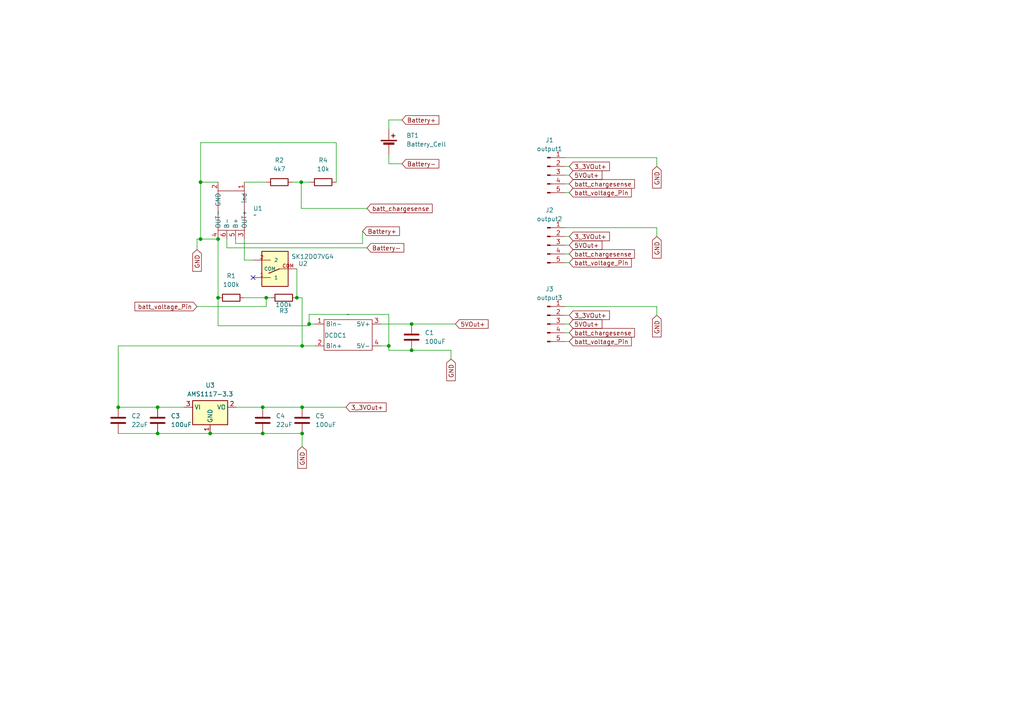
<source format=kicad_sch>
(kicad_sch (version 20240812) (generator "eeschema") (generator_version "8.99")
  (paper "A4")
  (lib_symbols
    (symbol "Device:C" (pin_numbers hide) (pin_names (offset 0.254))
      (property "Reference" "C" (at 0.635 2.54 0))
      (property "Value" "C" (at 0.635 -2.54 0))
      (symbol "C_0_1"
        (polyline (pts (xy -2.032 0.762) (xy 2.032 0.762)) (stroke (width 0.508)))
        (polyline (pts (xy -2.032 -0.762) (xy 2.032 -0.762)) (stroke (width 0.508)))
      )
      (symbol "C_1_1"
        (pin passive line (at 0 3.81 270) (length 2.794) (name "~") (number "1"))
        (pin passive line (at 0 -3.81 90) (length 2.794) (name "~") (number "2"))
      )
    )
    (symbol "Regulator_Linear:AMS1117-3.3"
      (property "Reference" "U" (at -3.81 3.175 0))
      (property "Value" "AMS1117-3.3" (at 0 3.175 0))
      (symbol "AMS1117-3.3_0_1"
        (rectangle (start -5.08 -5.08) (end 5.08 1.905) (stroke (width 0.254)) (fill (type background)))
      )
      (symbol "AMS1117-3.3_1_1"
        (pin power_in line (at -7.62 0 0) (length 2.54) (name "VI") (number "3"))
        (pin power_in line (at 0 -7.62 90) (length 2.54) (name "GND") (number "1"))
        (pin power_out line (at 7.62 0 180) (length 2.54) (name "VO") (number "2"))
      )
    )
    (symbol "TIGMIT_KEBOARD_SYMBOLS:Battery_Cell" (pin_numbers hide) (pin_names (offset 0) hide)
      (property "Reference" "BT" (at 2.54 2.54 0))
      (property "Value" "Battery_Cell" (at 2.54 0 0))
      (symbol "Battery_Cell_0_1"
        (rectangle (start -2.286 1.778) (end 2.286 1.524) (fill (type outline)))
        (rectangle (start -1.524 1.016) (end 1.524 0.508) (fill (type outline)))
        (polyline (pts (xy 0 1.778) (xy 0 2.54)))
        (polyline (pts (xy 0 0.762) (xy 0 0)))
        (polyline (pts (xy 0.762 3.048) (xy 1.778 3.048)) (stroke (width 0.254)))
        (polyline (pts (xy 1.27 3.556) (xy 1.27 2.54)) (stroke (width 0.254)))
      )
      (symbol "Battery_Cell_1_1"
        (pin passive line (at 0 5.08 270) (length 2.54) (name "+") (number "1"))
        (pin passive line (at 0 -2.54 90) (length 2.54) (name "-") (number "2"))
      )
    )
    (symbol "TIGMIT_KEBOARD_SYMBOLS:Conn_01x05_Pin" (pin_names (offset 1.016) hide)
      (property "Reference" "J" (at 0 7.62 0))
      (property "Value" "Conn_01x05_Pin" (at 0 -7.62 0))
      (symbol "Conn_01x05_Pin_1_1"
        (rectangle (start 0.8636 5.207) (end 0 4.953) (stroke (width 0.1524)) (fill (type outline)))
        (rectangle (start 0.8636 2.667) (end 0 2.413) (stroke (width 0.1524)) (fill (type outline)))
        (rectangle (start 0.8636 0.127) (end 0 -0.127) (stroke (width 0.1524)) (fill (type outline)))
        (rectangle (start 0.8636 -2.413) (end 0 -2.667) (stroke (width 0.1524)) (fill (type outline)))
        (rectangle (start 0.8636 -4.953) (end 0 -5.207) (stroke (width 0.1524)) (fill (type outline)))
        (polyline (pts (xy 1.27 5.08) (xy 0.8636 5.08)) (stroke (width 0.1524)))
        (polyline (pts (xy 1.27 2.54) (xy 0.8636 2.54)) (stroke (width 0.1524)))
        (polyline (pts (xy 1.27 0) (xy 0.8636 0)) (stroke (width 0.1524)))
        (polyline (pts (xy 1.27 -2.54) (xy 0.8636 -2.54)) (stroke (width 0.1524)))
        (polyline (pts (xy 1.27 -5.08) (xy 0.8636 -5.08)) (stroke (width 0.1524)))
        (pin passive line (at 5.08 5.08 180) (length 3.81) (name "Pin_1") (number "1"))
        (pin passive line (at 5.08 2.54 180) (length 3.81) (name "Pin_2") (number "2"))
        (pin passive line (at 5.08 0 180) (length 3.81) (name "Pin_3") (number "3"))
        (pin passive line (at 5.08 -2.54 180) (length 3.81) (name "Pin_4") (number "4"))
        (pin passive line (at 5.08 -5.08 180) (length 3.81) (name "Pin_5") (number "5"))
      )
    )
    (symbol "TIGMIT_KEBOARD_SYMBOLS:DCDC-Converter"
      (property "Reference" "DCDC" (at 1.016 0 0))
      (symbol "DCDC-Converter_0_1"
        (rectangle (start -5.08 5.08) (end 8.89 -3.81))
      )
      (symbol "DCDC-Converter_1_1"
        (pin input line (at -7.62 3.81 0) (length 2.54) (name "Bin-") (number "1"))
        (pin input line (at -7.62 -2.54 0) (length 2.54) (name "Bin+") (number "2"))
        (pin input line (at 11.43 3.81 180) (length 2.54) (name "5V+") (number "3"))
        (pin input line (at 11.43 -2.54 180) (length 2.54) (name "5V-") (number "4"))
      )
    )
    (symbol "TIGMIT_KEBOARD_SYMBOLS:Placeholder_Resistor" (pin_numbers hide) (pin_names (offset 0))
      (property "Reference" "R" (at 0 2.032 0))
      (property "Value" "Resistor" (at 0 -2.54 0))
      (symbol "Placeholder_Resistor_0_1"
        (rectangle (start 2.54 -1.016) (end -2.54 1.016) (stroke (width 0.254)))
      )
      (symbol "Placeholder_Resistor_1_1"
        (pin passive line (at -3.81 0 0) (length 1.27) (name "~") (number "1"))
        (pin passive line (at 3.81 0 180) (length 1.27) (name "~") (number "2"))
      )
    )
    (symbol "TIGMIT_KEBOARD_SYMBOLS:SK12D07VG4" (pin_names (offset 1.016))
      (property "Reference" "U" (at 0 0 0))
      (property "Value" "SK12D07VG4" (at 0 0 0))
      (symbol "SK12D07VG4_0_0"
        (rectangle (start -5.08 -2.54) (end 5.08 5.08) (stroke (width 0.254)) (fill (type background)))
        (polyline (pts (xy 0 0) (xy -1.27 3.048)) (stroke (width 0.254)))
        (pin bidirectional line (at -2.54 7.62 270) (length 5.08) (name "1") (number "1"))
        (pin bidirectional line (at 0 -5.08 90) (length 5.08) (name "COM") (number "COM"))
        (pin bidirectional line (at 2.54 7.62 270) (length 5.08) (name "2") (number "2"))
      )
    )
    (symbol "TIGMIT_KEBOARD_SYMBOLS:tp_lipo_chargin_module"
      (property "Reference" "U" (at 0 0 0))
      (symbol "tp_lipo_chargin_module_0_1"
        (rectangle (start -3.81 5.08) (end 3.81 -6.35))
      )
      (symbol "tp_lipo_chargin_module_1_1"
        (pin output line (at -3.81 7.62 270) (length 2.54) (name "GND") (number "2"))
        (pin output line (at -3.81 -8.89 90) (length 2.54) (name "OUT-") (number "4"))
        (pin output line (at -1.27 -8.89 90) (length 2.54) (name "B-") (number "6"))
        (pin output line (at 1.27 -8.89 90) (length 2.54) (name "B+") (number "5"))
        (pin output line (at 3.81 7.62 270) (length 2.54) (name "ind") (number "1"))
        (pin output line (at 3.81 -8.89 90) (length 2.54) (name "OUT+") (number "3"))
      )
    )
  )
  (junction (at 34.29 118.11))
  (junction (at 89.662 93.98))
  (junction (at 87.376 52.832))
  (junction (at 119.38 93.98))
  (junction (at 86.106 86.36))
  (junction (at 87.63 118.11))
  (junction (at 76.2 118.11))
  (junction (at 119.38 101.6))
  (junction (at 87.63 100.33))
  (junction (at 112.776 100.33))
  (junction (at 63.246 69.342))
  (junction (at 60.96 125.73))
  (junction (at 76.2 125.73))
  (junction (at 58.166 69.342))
  (junction (at 45.72 118.11))
  (junction (at 77.216 86.36))
  (junction (at 45.72 125.73))
  (junction (at 87.63 125.73))
  (junction (at 58.166 52.832))
  (junction (at 63.246 86.36))
  (no_connect (at 73.406 80.518))
  (wire (pts (xy 58.166 52.832) (xy 63.246 52.832)))
  (wire (pts (xy 76.2 125.73) (xy 87.63 125.73)))
  (wire (pts (xy 87.63 100.33) (xy 87.63 86.36)))
  (wire (pts (xy 165.1 76.2) (xy 163.83 76.2)))
  (wire (pts (xy 65.786 69.342) (xy 65.786 71.882)))
  (wire (pts (xy 65.786 71.882) (xy 106.426 71.882)))
  (wire (pts (xy 63.246 94.488) (xy 63.246 86.36)))
  (wire (pts (xy 110.49 93.98) (xy 119.38 93.98)))
  (wire (pts (xy 89.662 93.98) (xy 89.662 91.186)))
  (wire (pts (xy 190.5 66.04) (xy 163.83 66.04)))
  (wire (pts (xy 91.44 100.33) (xy 87.63 100.33)))
  (wire (pts (xy 165.1 96.52) (xy 163.83 96.52)))
  (wire (pts (xy 165.1 53.34) (xy 163.83 53.34)))
  (wire (pts (xy 112.776 101.6) (xy 119.38 101.6)))
  (wire (pts (xy 76.2 118.11) (xy 87.63 118.11)))
  (wire (pts (xy 165.1 48.26) (xy 163.83 48.26)))
  (wire (pts (xy 68.58 118.11) (xy 76.2 118.11)))
  (wire (pts (xy 34.29 118.11) (xy 45.72 118.11)))
  (wire (pts (xy 87.63 100.33) (xy 34.29 100.33)))
  (wire (pts (xy 87.63 125.73) (xy 87.63 129.54)))
  (wire (pts (xy 77.216 86.36) (xy 70.866 86.36)))
  (wire (pts (xy 70.866 69.342) (xy 70.866 75.438)))
  (wire (pts (xy 165.1 55.88) (xy 163.83 55.88)))
  (wire (pts (xy 165.1 71.12) (xy 163.83 71.12)))
  (wire (pts (xy 87.63 86.36) (xy 86.106 86.36)))
  (wire (pts (xy 58.166 69.342) (xy 63.246 69.342)))
  (wire (pts (xy 112.776 34.798) (xy 112.776 37.338)))
  (wire (pts (xy 110.49 100.33) (xy 112.776 100.33)))
  (wire (pts (xy 63.246 69.342) (xy 63.246 86.36)))
  (wire (pts (xy 57.15 69.342) (xy 57.15 72.39)))
  (wire (pts (xy 105.156 70.612) (xy 105.156 67.056)))
  (wire (pts (xy 34.29 125.73) (xy 45.72 125.73)))
  (wire (pts (xy 165.1 73.66) (xy 163.83 73.66)))
  (wire (pts (xy 190.5 91.44) (xy 190.5 88.9)))
  (wire (pts (xy 70.866 75.438) (xy 73.406 75.438)))
  (wire (pts (xy 97.536 41.402) (xy 58.166 41.402)))
  (wire (pts (xy 112.776 91.186) (xy 112.776 100.33)))
  (wire (pts (xy 165.1 50.8) (xy 163.83 50.8)))
  (wire (pts (xy 89.662 94.488) (xy 63.246 94.488)))
  (wire (pts (xy 112.776 47.498) (xy 112.776 44.958)))
  (wire (pts (xy 78.486 86.36) (xy 77.216 86.36)))
  (wire (pts (xy 60.96 125.73) (xy 76.2 125.73)))
  (wire (pts (xy 77.216 52.832) (xy 70.866 52.832)))
  (wire (pts (xy 165.1 93.98) (xy 163.83 93.98)))
  (wire (pts (xy 190.5 45.72) (xy 163.83 45.72)))
  (wire (pts (xy 87.376 60.452) (xy 87.376 52.832)))
  (wire (pts (xy 86.106 77.978) (xy 86.106 86.36)))
  (wire (pts (xy 57.15 88.9) (xy 77.216 88.9)))
  (wire (pts (xy 89.916 52.832) (xy 87.376 52.832)))
  (wire (pts (xy 89.662 91.186) (xy 112.776 91.186)))
  (wire (pts (xy 190.5 48.26) (xy 190.5 45.72)))
  (wire (pts (xy 165.1 99.06) (xy 163.83 99.06)))
  (wire (pts (xy 57.15 69.342) (xy 58.166 69.342)))
  (wire (pts (xy 190.5 68.58) (xy 190.5 66.04)))
  (wire (pts (xy 34.29 100.33) (xy 34.29 118.11)))
  (wire (pts (xy 68.326 69.342) (xy 68.326 70.612)))
  (wire (pts (xy 116.586 34.798) (xy 112.776 34.798)))
  (wire (pts (xy 190.5 88.9) (xy 163.83 88.9)))
  (wire (pts (xy 119.38 101.6) (xy 130.81 101.6)))
  (wire (pts (xy 97.536 52.832) (xy 97.536 41.402)))
  (wire (pts (xy 58.166 41.402) (xy 58.166 52.832)))
  (wire (pts (xy 58.166 69.342) (xy 58.166 52.832)))
  (wire (pts (xy 130.81 101.6) (xy 130.81 104.14)))
  (wire (pts (xy 119.38 93.98) (xy 132.08 93.98)))
  (wire (pts (xy 91.44 93.98) (xy 89.662 93.98)))
  (wire (pts (xy 89.662 93.98) (xy 89.662 94.488)))
  (wire (pts (xy 77.216 88.9) (xy 77.216 86.36)))
  (wire (pts (xy 116.586 47.498) (xy 112.776 47.498)))
  (wire (pts (xy 68.326 70.612) (xy 105.156 70.612)))
  (wire (pts (xy 87.376 52.832) (xy 84.836 52.832)))
  (wire (pts (xy 106.426 60.452) (xy 87.376 60.452)))
  (wire (pts (xy 165.1 91.44) (xy 163.83 91.44)))
  (wire (pts (xy 45.72 125.73) (xy 60.96 125.73)))
  (wire (pts (xy 165.1 68.58) (xy 163.83 68.58)))
  (wire (pts (xy 45.72 118.11) (xy 53.34 118.11)))
  (wire (pts (xy 87.63 118.11) (xy 100.33 118.11)))
  (wire (pts (xy 112.776 100.33) (xy 112.776 101.6)))
  (global_label "GND" (shape input) (at 130.81 104.14 270) (property "Intersheetrefs" "${INTERSHEET_REFS}" (effects (hide yes))))
  (global_label "3_3VOut+" (shape input) (at 100.33 118.11 0) (property "Intersheetrefs" "${INTERSHEET_REFS}" (effects (hide yes))))
  (global_label "batt_voltage_Pin" (shape input) (at 165.1 99.06 0) (property "Intersheetrefs" "${INTERSHEET_REFS}" (effects (hide yes))))
  (global_label "5VOut+" (shape input) (at 165.1 71.12 0) (property "Intersheetrefs" "${INTERSHEET_REFS}" (effects (hide yes))))
  (global_label "GND" (shape input) (at 190.5 68.58 270) (property "Intersheetrefs" "${INTERSHEET_REFS}" (effects (hide yes))))
  (global_label "batt_voltage_Pin" (shape input) (at 57.15 88.9 180) (property "Intersheetrefs" "${INTERSHEET_REFS}" (effects (hide yes))))
  (global_label "5VOut+" (shape input) (at 132.08 93.98 0) (property "Intersheetrefs" "${INTERSHEET_REFS}" (effects (hide yes))))
  (global_label "3_3VOut+" (shape input) (at 165.1 91.44 0) (property "Intersheetrefs" "${INTERSHEET_REFS}" (effects (hide yes))))
  (global_label "GND" (shape input) (at 190.5 48.26 270) (property "Intersheetrefs" "${INTERSHEET_REFS}" (effects (hide yes))))
  (global_label "Battery-" (shape input) (at 106.426 71.882 0) (property "Intersheetrefs" "${INTERSHEET_REFS}" (effects (hide yes))))
  (global_label "GND" (shape input) (at 190.5 91.44 270) (property "Intersheetrefs" "${INTERSHEET_REFS}" (effects (hide yes))))
  (global_label "Battery+" (shape input) (at 105.156 67.056 0) (property "Intersheetrefs" "${INTERSHEET_REFS}" (effects (hide yes))))
  (global_label "3_3VOut+" (shape input) (at 165.1 48.26 0) (property "Intersheetrefs" "${INTERSHEET_REFS}" (effects (hide yes))))
  (global_label "3_3VOut+" (shape input) (at 165.1 68.58 0) (property "Intersheetrefs" "${INTERSHEET_REFS}" (effects (hide yes))))
  (global_label "Battery+" (shape input) (at 116.586 34.798 0) (property "Intersheetrefs" "${INTERSHEET_REFS}" (effects (hide yes))))
  (global_label "5VOut+" (shape input) (at 165.1 50.8 0) (property "Intersheetrefs" "${INTERSHEET_REFS}" (effects (hide yes))))
  (global_label "batt_voltage_Pin" (shape input) (at 165.1 76.2 0) (property "Intersheetrefs" "${INTERSHEET_REFS}" (effects (hide yes))))
  (global_label "5VOut+" (shape input) (at 165.1 93.98 0) (property "Intersheetrefs" "${INTERSHEET_REFS}" (effects (hide yes))))
  (global_label "batt_chargesense" (shape input) (at 165.1 73.66 0) (property "Intersheetrefs" "${INTERSHEET_REFS}" (effects (hide yes))))
  (global_label "batt_chargesense" (shape input) (at 106.426 60.452 0) (property "Intersheetrefs" "${INTERSHEET_REFS}" (effects (hide yes))))
  (global_label "Battery-" (shape input) (at 116.586 47.498 0) (property "Intersheetrefs" "${INTERSHEET_REFS}" (effects (hide yes))))
  (global_label "batt_chargesense" (shape input) (at 165.1 96.52 0) (property "Intersheetrefs" "${INTERSHEET_REFS}" (effects (hide yes))))
  (global_label "batt_chargesense" (shape input) (at 165.1 53.34 0) (property "Intersheetrefs" "${INTERSHEET_REFS}" (effects (hide yes))))
  (global_label "batt_voltage_Pin" (shape input) (at 165.1 55.88 0) (property "Intersheetrefs" "${INTERSHEET_REFS}" (effects (hide yes))))
  (global_label "GND" (shape input) (at 57.15 72.39 270) (property "Intersheetrefs" "${INTERSHEET_REFS}" (effects (hide yes))))
  (global_label "GND" (shape input) (at 87.63 129.54 270) (property "Intersheetrefs" "${INTERSHEET_REFS}" (effects (hide yes))))
  (symbol (lib_id "Device:C") (at 119.38 97.79 0) (unit 1)
    (property "Reference" "C1" (at 123.19 96.5199 0) (effects (justify left)))
    (property "Value" "100uF" (at 123.19 99.0599 0) (effects (justify left)))
    (property "Footprint" "Capacitor_Tantalum_SMD:CP_EIA-3528-12_Kemet-T" (effects (hide yes)))
    (property "Description" "Unpolarized capacitor" (effects (hide yes)))
  )
  (symbol (lib_id "Device:C") (at 76.2 121.92 0) (unit 1)
    (property "Reference" "C4" (at 80.01 120.6499 0) (effects (justify left)))
    (property "Value" "22uF" (at 80.01 123.1899 0) (effects (justify left)))
    (property "Footprint" "Capacitor_Tantalum_SMD:CP_EIA-3528-12_Kemet-T" (effects (hide yes)))
    (property "Description" "Unpolarized capacitor" (effects (hide yes)))
  )
  (symbol (lib_id "TIGMIT_KEBOARD_SYMBOLS:Placeholder_Resistor") (at 82.296 86.36 0) (unit 1)
    (property "Reference" "R3" (at 82.296 90.17 0))
    (property "Value" "100k" (at 82.296 88.392 0))
    (property "Footprint" "tigmitNIGHTLY:R_Axial_DIN0204_L3.6mm_D1.6mm_P7.62mm_Horizontal" (effects (hide yes)))
    (property "Description" "Resistor" (effects (hide yes)))
  )
  (symbol (lib_id "TIGMIT_KEBOARD_SYMBOLS:Conn_01x05_Pin") (at 158.75 50.8 0) (unit 1)
    (property "Reference" "J1" (at 159.385 40.64 0))
    (property "Value" "output1" (at 159.385 43.18 0))
    (property "Footprint" "tigmitNIGHTLY:PinHeader_1x05_P2.54mm_Vertical" (effects (hide yes)))
    (property "Description" "Generic connector, single row, 01x05, script generated" (effects (hide yes)))
  )
  (symbol (lib_id "TIGMIT_KEBOARD_SYMBOLS:Battery_Cell") (at 112.776 42.418 0) (unit 1)
    (property "Reference" "BT1" (at 117.856 39.3064 0) (effects (justify left)))
    (property "Value" "Battery_Cell" (at 117.856 41.8464 0) (effects (justify left)))
    (property "Footprint" "tigmitNIGHTLY:battery solder pins" (effects (hide yes)))
    (property "Description" "Single-cell battery" (effects (hide yes)))
  )
  (symbol (lib_id "Device:C") (at 34.29 121.92 0) (unit 1)
    (property "Reference" "C2" (at 38.1 120.6499 0) (effects (justify left)))
    (property "Value" "22uF" (at 38.1 123.1899 0) (effects (justify left)))
    (property "Footprint" "Capacitor_Tantalum_SMD:CP_EIA-3528-12_Kemet-T" (effects (hide yes)))
    (property "Description" "Unpolarized capacitor" (effects (hide yes)))
  )
  (symbol (lib_id "TIGMIT_KEBOARD_SYMBOLS:tp_lipo_chargin_module") (at 67.056 60.452 0) (unit 1)
    (property "Reference" "U1" (at 73.406 60.4519 0) (effects (justify left)))
    (property "Value" "~" (at 73.406 62.357 0) (effects (justify left)))
    (property "Footprint" "tigmitNIGHTLY:TP4056-18650" (effects (hide yes)))
  )
  (symbol (lib_id "TIGMIT_KEBOARD_SYMBOLS:Conn_01x05_Pin") (at 158.75 71.12 0) (unit 1)
    (property "Reference" "J2" (at 159.385 60.96 0))
    (property "Value" "output2" (at 159.385 63.5 0))
    (property "Footprint" "tigmitNIGHTLY:PinHeader_1x05_P2.54mm_Vertical" (effects (hide yes)))
    (property "Description" "Generic connector, single row, 01x05, script generated" (effects (hide yes)))
  )
  (symbol (lib_id "TIGMIT_KEBOARD_SYMBOLS:Placeholder_Resistor") (at 81.026 52.832 0) (unit 1)
    (property "Reference" "R2" (at 81.026 46.482 0))
    (property "Value" "4k7" (at 81.026 49.022 0))
    (property "Footprint" "tigmitNIGHTLY:R_Axial_DIN0204_L3.6mm_D1.6mm_P7.62mm_Horizontal" (effects (hide yes)))
    (property "Description" "Resistor" (effects (hide yes)))
  )
  (symbol (lib_id "TIGMIT_KEBOARD_SYMBOLS:Placeholder_Resistor") (at 93.726 52.832 180) (unit 1)
    (property "Reference" "R4" (at 93.726 46.482 0))
    (property "Value" "10k" (at 93.726 49.022 0))
    (property "Footprint" "tigmitNIGHTLY:R_Axial_DIN0204_L3.6mm_D1.6mm_P7.62mm_Horizontal" (effects (hide yes)))
    (property "Description" "Resistor" (effects (hide yes)))
  )
  (symbol (lib_id "Device:C") (at 87.63 121.92 0) (unit 1)
    (property "Reference" "C5" (at 91.44 120.6499 0) (effects (justify left)))
    (property "Value" "100uF" (at 91.44 123.1899 0) (effects (justify left)))
    (property "Footprint" "Capacitor_Tantalum_SMD:CP_EIA-3528-12_Kemet-T" (effects (hide yes)))
    (property "Description" "Unpolarized capacitor" (effects (hide yes)))
  )
  (symbol (lib_id "TIGMIT_KEBOARD_SYMBOLS:DCDC-Converter") (at 99.06 97.79 0) (unit 1)
    (property "Reference" "DCDC1" (at 97.282 97.282 0))
    (property "Value" "~" (at 100.965 91.186 0))
    (property "Footprint" "tigmitNIGHTLY:DCDC-Converter" (effects (hide yes)))
  )
  (symbol (lib_id "TIGMIT_KEBOARD_SYMBOLS:SK12D07VG4") (at 81.026 77.978 90) (unit 1)
    (property "Reference" "U2" (at 87.884 76.454 90))
    (property "Value" "SK12D07VG4" (at 90.678 74.422 90))
    (property "Footprint" "tigmitNIGHTLY:SK12D07VG4" (effects (hide yes)))
    (property "MF" "C&K" (effects (hide yes)))
    (property "Description_1" "\nSwitch Slide ON ON SPDT Side Slide 0.3A 30VDC PC Pins Bracket Mount/Through Hole Bulk\n" (effects (hide yes)))
    (property "Package" "None" (effects (hide yes)))
    (property "Price" "None" (effects (hide yes)))
    (property "SnapEDA_Link" "https://www.snapeda.com/parts/SK12D07VG4/C%2526K/view-part/?ref=snap" (effects (hide yes)))
    (property "MP" "SK12D07VG4" (effects (hide yes)))
    (property "Availability" "Not in stock" (effects (hide yes)))
    (property "Check_prices" "https://www.snapeda.com/parts/SK12D07VG4/C%2526K/view-part/?ref=eda" (effects (hide yes)))
  )
  (symbol (lib_id "TIGMIT_KEBOARD_SYMBOLS:Conn_01x05_Pin") (at 158.75 93.98 0) (unit 1)
    (property "Reference" "J3" (at 159.385 83.82 0))
    (property "Value" "output3" (at 159.385 86.36 0))
    (property "Footprint" "tigmitNIGHTLY:PinHeader_1x05_P2.54mm_Vertical" (effects (hide yes)))
    (property "Description" "Generic connector, single row, 01x05, script generated" (effects (hide yes)))
  )
  (symbol (lib_id "TIGMIT_KEBOARD_SYMBOLS:Placeholder_Resistor") (at 67.056 86.36 0) (unit 1)
    (property "Reference" "R1" (at 67.056 80.01 0))
    (property "Value" "100k" (at 67.056 82.55 0))
    (property "Footprint" "tigmitNIGHTLY:R_Axial_DIN0204_L3.6mm_D1.6mm_P7.62mm_Horizontal" (effects (hide yes)))
    (property "Description" "Resistor" (effects (hide yes)))
  )
  (symbol (lib_id "Regulator_Linear:AMS1117-3.3") (at 60.96 118.11 0) (unit 1)
    (property "Reference" "U3" (at 60.96 111.76 0))
    (property "Value" "AMS1117-3.3" (at 60.96 114.3 0))
    (property "Footprint" "Package_TO_SOT_SMD:SOT-223-3_TabPin2" (effects (hide yes)))
    (property "Datasheet" "http://www.advanced-monolithic.com/pdf/ds1117.pdf" (effects (hide yes)))
    (property "Description" "1A Low Dropout regulator, positive, 3.3V fixed output, SOT-223" (effects (hide yes)))
  )
  (symbol (lib_id "Device:C") (at 45.72 121.92 0) (unit 1)
    (property "Reference" "C3" (at 49.53 120.6499 0) (effects (justify left)))
    (property "Value" "100uF" (at 49.53 123.1899 0) (effects (justify left)))
    (property "Footprint" "Capacitor_Tantalum_SMD:CP_EIA-3528-12_Kemet-T" (effects (hide yes)))
    (property "Description" "Unpolarized capacitor" (effects (hide yes)))
  )
)
</source>
